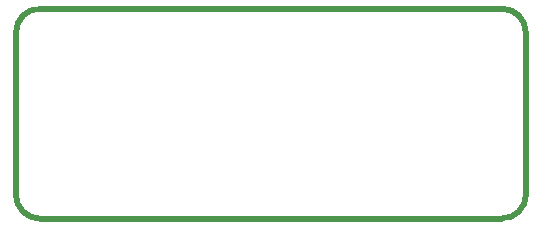
<source format=gko>
G04 Layer_Color=16720538*
%FSLAX24Y24*%
%MOIN*%
G70*
G01*
G75*
%ADD99C,0.0200*%
D99*
X36000Y28800D02*
G03*
X36800Y29600I0J800D01*
G01*
Y35000D02*
G03*
X36000Y35800I-800J0D01*
G01*
X20600D02*
G03*
X19800Y35000I0J-800D01*
G01*
Y29600D02*
G03*
X20600Y28800I800J0D01*
G01*
X36000D01*
Y28800D02*
Y28800D01*
X36800Y29600D02*
Y35000D01*
X20600Y35800D02*
X36000D01*
X19800Y29600D02*
Y35000D01*
M02*

</source>
